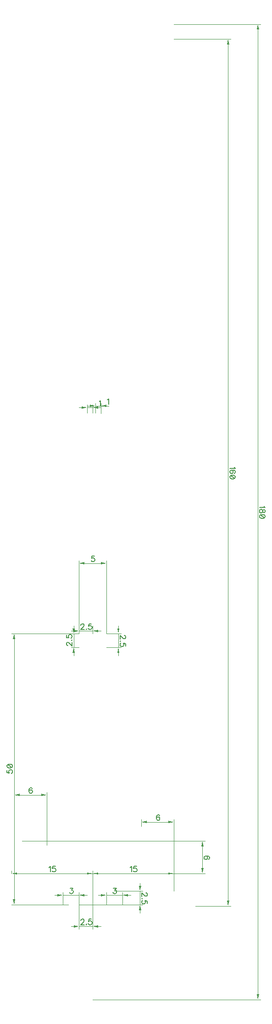
<source format=gbr>
G04 DipTrace 3.0.0.1*
G04 Âåõíèéðàçìåð.gbr*
%MOMM*%
G04 #@! TF.FileFunction,Drawing,Top*
G04 #@! TF.Part,Single*
%ADD12C,0.03125*%
%ADD92C,0.15686*%
%FSLAX35Y35*%
G04*
G71*
G90*
G75*
G01*
G04 TopDimension*
%LPD*%
X3950000Y19000000D2*
D12*
X5550000D1*
X2450000Y1000000D2*
X5550000D1*
X5500000Y10000000D2*
Y18900000D1*
G36*
Y19000000D2*
X5520000Y18900000D1*
X5480000D1*
X5500000Y19000000D1*
G37*
Y10000000D2*
D12*
Y1100000D1*
G36*
Y1000000D2*
X5480000Y1100000D1*
X5520000D1*
X5500000Y1000000D1*
G37*
X3950000Y18725000D2*
D12*
X5000000D1*
X4350000Y2725000D2*
X5000000D1*
X4950000Y10725000D2*
Y18625000D1*
G36*
Y18725000D2*
X4970000Y18625000D1*
X4930000D1*
X4950000Y18725000D1*
G37*
Y10725000D2*
D12*
Y2825000D1*
G36*
Y2725000D2*
X4930000Y2825000D1*
X4970000D1*
X4950000Y2725000D1*
G37*
X3950000Y3000000D2*
D12*
Y3375000D1*
X2450000Y2625000D2*
Y3375000D1*
X3200000Y3325000D2*
X3850000D1*
G36*
X3950000D2*
X3850000Y3305000D1*
Y3345000D1*
X3950000Y3325000D1*
G37*
X3200000D2*
D12*
X2550000D1*
G36*
X2450000D2*
X2550000Y3345000D1*
Y3305000D1*
X2450000Y3325000D1*
G37*
X2200000Y7750000D2*
D12*
Y9100000D1*
X2700000Y7750000D2*
Y9100000D1*
X2450000Y9050000D2*
X2300000D1*
G36*
X2200000D2*
X2300000Y9070000D1*
Y9030000D1*
X2200000Y9050000D1*
G37*
X2450000D2*
D12*
X2600000D1*
G36*
X2700000D2*
X2600000Y9030000D1*
Y9070000D1*
X2700000Y9050000D1*
G37*
X2200000Y7750000D2*
D12*
X950000D1*
X2000000Y2750000D2*
X950000D1*
X1000000Y5250000D2*
Y7650000D1*
G36*
Y7750000D2*
X1020000Y7650000D1*
X980000D1*
X1000000Y7750000D1*
G37*
Y5250000D2*
D12*
Y2850000D1*
G36*
Y2750000D2*
X980000Y2850000D1*
X1020000D1*
X1000000Y2750000D1*
G37*
X2200000Y7750000D2*
D12*
Y7850000D1*
X2450000Y7900000D2*
Y7750000D1*
X2200000Y7800000D2*
X2450000D1*
X2050000D2*
X2100000D1*
G36*
X2200000D2*
X2100000Y7780000D1*
Y7820000D1*
X2200000Y7800000D1*
G37*
X2600000D2*
D12*
X2550000D1*
G36*
X2450000D2*
X2550000Y7820000D1*
Y7780000D1*
X2450000Y7800000D1*
G37*
X2200000Y7750000D2*
D12*
X2050000D1*
X2200000Y7500000D2*
X2050000D1*
X2100000Y7750000D2*
Y7500000D1*
Y7900000D2*
Y7850000D1*
G36*
Y7750000D2*
X2080000Y7850000D1*
X2120000D1*
X2100000Y7750000D1*
G37*
Y7350000D2*
D12*
Y7400000D1*
G36*
Y7500000D2*
X2120000Y7400000D1*
X2080000D1*
X2100000Y7500000D1*
G37*
X2700000Y7750000D2*
D12*
X2975000D1*
X2700000Y7500000D2*
X2975000D1*
X2925000Y7750000D2*
Y7500000D1*
Y7900000D2*
Y7850000D1*
G36*
Y7750000D2*
X2905000Y7850000D1*
X2945000D1*
X2925000Y7750000D1*
G37*
Y7350000D2*
D12*
Y7400000D1*
G36*
Y7500000D2*
X2945000Y7400000D1*
X2905000D1*
X2925000Y7500000D1*
G37*
X2200000Y2750000D2*
D12*
X3375000D1*
X2850000Y3000000D2*
X3375000D1*
X3325000D2*
Y2750000D1*
Y3150000D2*
Y3100000D1*
G36*
Y3000000D2*
X3305000Y3100000D1*
X3345000D1*
X3325000Y3000000D1*
G37*
Y2600000D2*
D12*
Y2650000D1*
G36*
Y2750000D2*
X3345000Y2650000D1*
X3305000D1*
X3325000Y2750000D1*
G37*
X2200000D2*
D12*
Y2300000D1*
X2450000Y2750000D2*
Y2300000D1*
X2200000Y2350000D2*
X2450000D1*
X2050000D2*
X2100000D1*
G36*
X2200000D2*
X2100000Y2330000D1*
Y2370000D1*
X2200000Y2350000D1*
G37*
X2600000D2*
D12*
X2550000D1*
G36*
X2450000D2*
X2550000Y2370000D1*
Y2330000D1*
X2450000Y2350000D1*
G37*
X2200000Y2750000D2*
D12*
Y2975000D1*
X1900000Y2750000D2*
Y2975000D1*
Y2925000D2*
X2200000D1*
X1750000D2*
X1800000D1*
G36*
X1900000D2*
X1800000Y2905000D1*
Y2945000D1*
X1900000Y2925000D1*
G37*
X2350000D2*
D12*
X2300000D1*
G36*
X2200000D2*
X2300000Y2945000D1*
Y2905000D1*
X2200000Y2925000D1*
G37*
X2700000Y2750000D2*
D12*
Y2975000D1*
X3000000Y2750000D2*
Y2975000D1*
X2700000Y2925000D2*
X3000000D1*
X2550000D2*
X2600000D1*
G36*
X2700000D2*
X2600000Y2905000D1*
Y2945000D1*
X2700000Y2925000D1*
G37*
X3150000D2*
D12*
X3100000D1*
G36*
X3000000D2*
X3100000Y2945000D1*
Y2905000D1*
X3000000Y2925000D1*
G37*
X2450000Y3075000D2*
D12*
Y3375000D1*
X950000Y3325000D2*
Y3375000D1*
X1700000Y3325000D2*
X2350000D1*
G36*
X2450000D2*
X2350000Y3305000D1*
Y3345000D1*
X2450000Y3325000D1*
G37*
X1700000D2*
D12*
X1050000D1*
G36*
X950000D2*
X1050000Y3345000D1*
Y3305000D1*
X950000Y3325000D1*
G37*
X1075000D2*
D12*
X4525000D1*
X1150000Y3925000D2*
X4525000D1*
X4475000Y3625000D2*
Y3425000D1*
G36*
Y3325000D2*
X4455000Y3425000D1*
X4495000D1*
X4475000Y3325000D1*
G37*
Y3625000D2*
D12*
Y3825000D1*
G36*
Y3925000D2*
X4495000Y3825000D1*
X4455000D1*
X4475000Y3925000D1*
G37*
X1000000Y3325000D2*
D12*
Y4825000D1*
X1600000Y3850000D2*
Y4825000D1*
X1300000Y4775000D2*
X1100000D1*
G36*
X1000000D2*
X1100000Y4795000D1*
Y4755000D1*
X1000000Y4775000D1*
G37*
X1300000D2*
D12*
X1500000D1*
G36*
X1600000D2*
X1500000Y4755000D1*
Y4795000D1*
X1600000Y4775000D1*
G37*
X3950000Y3325000D2*
D12*
Y4325000D1*
X3350000Y4200000D2*
Y4325000D1*
X3650000Y4275000D2*
X3850000D1*
G36*
X3950000D2*
X3850000Y4255000D1*
Y4295000D1*
X3950000Y4275000D1*
G37*
X3650000D2*
D12*
X3450000D1*
G36*
X3350000D2*
X3450000Y4295000D1*
Y4255000D1*
X3350000Y4275000D1*
G37*
X2350000Y11825000D2*
D12*
Y11975000D1*
X2450000Y11825000D2*
Y11975000D1*
X2350000Y11925000D2*
X2450000D1*
X2200000D2*
X2250000D1*
G36*
X2350000D2*
X2250000Y11905000D1*
Y11945000D1*
X2350000Y11925000D1*
G37*
X2600000D2*
D12*
X2550000D1*
G36*
X2450000D2*
X2550000Y11945000D1*
Y11905000D1*
X2450000Y11925000D1*
G37*
X2574371D2*
D12*
X2450000D1*
X2500000Y11825000D2*
Y12005000D1*
X2600000Y11815000D2*
Y12005000D1*
X2500000Y11955000D2*
X2600000D1*
X2350000D2*
X2400000D1*
G36*
X2500000D2*
X2400000Y11935000D1*
Y11975000D1*
X2500000Y11955000D1*
G37*
X2750000D2*
D12*
X2700000D1*
G36*
X2600000D2*
X2700000Y11975000D1*
Y11935000D1*
X2600000Y11955000D1*
G37*
X2724371D2*
D12*
X2600000D1*
X5613561Y10103717D2*
D92*
X5618503Y10093946D1*
X5632991Y10079346D1*
X5531015D1*
X5632991Y10023715D2*
X5628161Y10038203D1*
X5618503Y10043145D1*
X5608732D1*
X5599074Y10038203D1*
X5594132Y10028545D1*
X5589303Y10009115D1*
X5584474Y9994515D1*
X5574703Y9984857D1*
X5565045Y9980028D1*
X5550445D1*
X5540786Y9984857D1*
X5535845Y9989686D1*
X5531015Y10004286D1*
Y10023715D1*
X5535845Y10038203D1*
X5540786Y10043145D1*
X5550445Y10047974D1*
X5565045D1*
X5574703Y10043145D1*
X5584474Y10033374D1*
X5589303Y10018886D1*
X5594132Y9999457D1*
X5599074Y9989686D1*
X5608732Y9984857D1*
X5618503D1*
X5628161Y9989686D1*
X5632991Y10004286D1*
Y10023715D1*
Y9919455D2*
X5628161Y9934055D1*
X5613561Y9943826D1*
X5589303Y9948655D1*
X5574703D1*
X5550445Y9943826D1*
X5535845Y9934055D1*
X5531015Y9919455D1*
Y9909797D1*
X5535845Y9895197D1*
X5550445Y9885538D1*
X5574703Y9880597D1*
X5589303D1*
X5613561Y9885538D1*
X5628161Y9895197D1*
X5632991Y9909797D1*
Y9919455D1*
X5613561Y9885538D2*
X5550445Y9943826D1*
X5063561Y10826302D2*
X5068503Y10816532D1*
X5082991Y10801932D1*
X4981015D1*
X5068503Y10712271D2*
X5078161Y10717101D1*
X5082991Y10731701D1*
Y10741359D1*
X5078161Y10755959D1*
X5063561Y10765730D1*
X5039303Y10770559D1*
X5015045D1*
X4995615Y10765730D1*
X4985845Y10755959D1*
X4981015Y10741359D1*
Y10736530D1*
X4985845Y10722042D1*
X4995615Y10712271D1*
X5010215Y10707442D1*
X5015045D1*
X5029645Y10712271D1*
X5039303Y10722042D1*
X5044132Y10736530D1*
Y10741359D1*
X5039303Y10755959D1*
X5029645Y10765730D1*
X5015045Y10770559D1*
X5082991Y10646870D2*
X5078161Y10661470D1*
X5063561Y10671240D1*
X5039303Y10676070D1*
X5024703D1*
X5000445Y10671240D1*
X4985845Y10661470D1*
X4981015Y10646870D1*
Y10637211D1*
X4985845Y10622611D1*
X5000445Y10612953D1*
X5024703Y10608011D1*
X5039303D1*
X5063561Y10612953D1*
X5078161Y10622611D1*
X5082991Y10637211D1*
Y10646870D1*
X5063561Y10612953D2*
X5000445Y10671240D1*
X3145942Y3438561D2*
X3155713Y3443503D1*
X3170313Y3457991D1*
Y3356015D1*
X3259973Y3457991D2*
X3211456D1*
X3206627Y3414303D1*
X3211456Y3419132D1*
X3226056Y3424074D1*
X3240544D1*
X3255144Y3419132D1*
X3264915Y3409474D1*
X3269744Y3394874D1*
Y3385215D1*
X3264915Y3370615D1*
X3255144Y3360845D1*
X3240544Y3356015D1*
X3226056D1*
X3211456Y3360845D1*
X3206627Y3365786D1*
X3201686Y3375445D1*
X2482102Y9182991D2*
X2433585D1*
X2428755Y9139303D1*
X2433585Y9144132D1*
X2448185Y9149074D1*
X2462672D1*
X2477272Y9144132D1*
X2487043Y9134474D1*
X2491872Y9119874D1*
Y9110215D1*
X2487043Y9095615D1*
X2477272Y9085845D1*
X2462672Y9081015D1*
X2448185D1*
X2433585Y9085845D1*
X2428755Y9090786D1*
X2423814Y9100445D1*
X867009Y5232386D2*
Y5183869D1*
X910697Y5179040D1*
X905868Y5183869D1*
X900926Y5198469D1*
Y5212957D1*
X905868Y5227557D1*
X915526Y5237328D1*
X930126Y5242157D1*
X939785D1*
X954385Y5237328D1*
X964155Y5227557D1*
X968985Y5212957D1*
Y5198469D1*
X964155Y5183869D1*
X959214Y5179040D1*
X949555Y5174098D1*
X867009Y5302729D2*
X871839Y5288129D1*
X886439Y5278359D1*
X910697Y5273529D1*
X925297D1*
X949555Y5278359D1*
X964155Y5288129D1*
X968985Y5302729D1*
Y5312388D1*
X964155Y5326988D1*
X949555Y5336646D1*
X925297Y5341588D1*
X910697D1*
X886439Y5336646D1*
X871839Y5326988D1*
X867009Y5312388D1*
Y5302729D1*
X886439Y5336646D2*
X949555Y5278359D1*
X2233468Y7908732D2*
Y7913561D1*
X2238298Y7923332D1*
X2243127Y7928161D1*
X2252898Y7932991D1*
X2272327D1*
X2281985Y7928161D1*
X2286814Y7923332D1*
X2291756Y7913561D1*
Y7903903D1*
X2286814Y7894132D1*
X2277156Y7879645D1*
X2228527Y7831015D1*
X2296585D1*
X2332787Y7840786D2*
X2327958Y7835845D1*
X2332787Y7831015D1*
X2337729Y7835845D1*
X2332787Y7840786D1*
X2427389Y7932991D2*
X2378872D1*
X2374043Y7889303D1*
X2378872Y7894132D1*
X2393472Y7899074D1*
X2407960D1*
X2422560Y7894132D1*
X2432330Y7884474D1*
X2437160Y7869874D1*
Y7860215D1*
X2432330Y7845615D1*
X2422560Y7835845D1*
X2407960Y7831015D1*
X2393472D1*
X2378872Y7835845D1*
X2374043Y7840786D1*
X2369101Y7850445D1*
X1991268Y7533468D2*
X1986439D1*
X1976668Y7538298D1*
X1971839Y7543127D1*
X1967009Y7552898D1*
Y7572327D1*
X1971839Y7581985D1*
X1976668Y7586814D1*
X1986439Y7591756D1*
X1996097D1*
X2005868Y7586814D1*
X2020355Y7577156D1*
X2068985Y7528527D1*
Y7596585D1*
X2059214Y7632787D2*
X2064155Y7627958D1*
X2068985Y7632787D1*
X2064155Y7637729D1*
X2059214Y7632787D1*
X1967009Y7727389D2*
Y7678872D1*
X2010697Y7674043D1*
X2005868Y7678872D1*
X2000926Y7693472D1*
Y7707960D1*
X2005868Y7722560D1*
X2015526Y7732330D1*
X2030126Y7737160D1*
X2039785D1*
X2054385Y7732330D1*
X2064155Y7722560D1*
X2068985Y7707960D1*
Y7693472D1*
X2064155Y7678872D1*
X2059214Y7674043D1*
X2049555Y7669101D1*
X3033732Y7716532D2*
X3038561D1*
X3048332Y7711702D1*
X3053161Y7706873D1*
X3057991Y7697102D1*
Y7677673D1*
X3053161Y7668015D1*
X3048332Y7663186D1*
X3038561Y7658244D1*
X3028903D1*
X3019132Y7663186D1*
X3004645Y7672844D1*
X2956015Y7721473D1*
Y7653415D1*
X2965786Y7617213D2*
X2960845Y7622042D1*
X2956015Y7617213D1*
X2960845Y7612271D1*
X2965786Y7617213D1*
X3057991Y7522611D2*
Y7571128D1*
X3014303Y7575957D1*
X3019132Y7571128D1*
X3024074Y7556528D1*
Y7542040D1*
X3019132Y7527440D1*
X3009474Y7517670D1*
X2994874Y7512840D1*
X2985215D1*
X2970615Y7517670D1*
X2960845Y7527440D1*
X2956015Y7542040D1*
Y7556528D1*
X2960845Y7571128D1*
X2965786Y7575957D1*
X2975445Y7580899D1*
X3433732Y2966532D2*
X3438561D1*
X3448332Y2961702D1*
X3453161Y2956873D1*
X3457991Y2947102D1*
Y2927673D1*
X3453161Y2918015D1*
X3448332Y2913186D1*
X3438561Y2908244D1*
X3428903D1*
X3419132Y2913186D1*
X3404645Y2922844D1*
X3356015Y2971473D1*
Y2903415D1*
X3365786Y2867213D2*
X3360845Y2872042D1*
X3356015Y2867213D1*
X3360845Y2862271D1*
X3365786Y2867213D1*
X3457991Y2772611D2*
Y2821128D1*
X3414303Y2825957D1*
X3419132Y2821128D1*
X3424074Y2806528D1*
Y2792040D1*
X3419132Y2777440D1*
X3409474Y2767670D1*
X3394874Y2762840D1*
X3385215D1*
X3370615Y2767670D1*
X3360845Y2777440D1*
X3356015Y2792040D1*
Y2806528D1*
X3360845Y2821128D1*
X3365786Y2825957D1*
X3375445Y2830899D1*
X2233468Y2458732D2*
Y2463561D1*
X2238298Y2473332D1*
X2243127Y2478161D1*
X2252898Y2482991D1*
X2272327D1*
X2281985Y2478161D1*
X2286814Y2473332D1*
X2291756Y2463561D1*
Y2453903D1*
X2286814Y2444132D1*
X2277156Y2429645D1*
X2228527Y2381015D1*
X2296585D1*
X2332787Y2390786D2*
X2327958Y2385845D1*
X2332787Y2381015D1*
X2337729Y2385845D1*
X2332787Y2390786D1*
X2427389Y2482991D2*
X2378872D1*
X2374043Y2439303D1*
X2378872Y2444132D1*
X2393472Y2449074D1*
X2407960D1*
X2422560Y2444132D1*
X2432330Y2434474D1*
X2437160Y2419874D1*
Y2410215D1*
X2432330Y2395615D1*
X2422560Y2385845D1*
X2407960Y2381015D1*
X2393472D1*
X2378872Y2385845D1*
X2374043Y2390786D1*
X2369101Y2400445D1*
X2033585Y3057991D2*
X2086931D1*
X2057843Y3019132D1*
X2072443D1*
X2082102Y3014303D1*
X2086931Y3009474D1*
X2091872Y2994874D1*
Y2985215D1*
X2086931Y2970615D1*
X2077272Y2960845D1*
X2062672Y2956015D1*
X2048072D1*
X2033585Y2960845D1*
X2028755Y2965786D1*
X2023814Y2975445D1*
X2833585Y3057991D2*
X2886931D1*
X2857843Y3019132D1*
X2872443D1*
X2882102Y3014303D1*
X2886931Y3009474D1*
X2891872Y2994874D1*
Y2985215D1*
X2886931Y2970615D1*
X2877272Y2960845D1*
X2862672Y2956015D1*
X2848072D1*
X2833585Y2960845D1*
X2828755Y2965786D1*
X2823814Y2975445D1*
X1645942Y3438561D2*
X1655713Y3443503D1*
X1670313Y3457991D1*
Y3356015D1*
X1759973Y3457991D2*
X1711456D1*
X1706627Y3414303D1*
X1711456Y3419132D1*
X1726056Y3424074D1*
X1740544D1*
X1755144Y3419132D1*
X1764915Y3409474D1*
X1769744Y3394874D1*
Y3385215D1*
X1764915Y3370615D1*
X1755144Y3360845D1*
X1740544Y3356015D1*
X1726056D1*
X1711456Y3360845D1*
X1706627Y3365786D1*
X1701686Y3375445D1*
X4593503Y3590428D2*
X4603161Y3595257D1*
X4607991Y3609857D1*
Y3619515D1*
X4603161Y3634115D1*
X4588561Y3643886D1*
X4564303Y3648715D1*
X4540045D1*
X4520615Y3643886D1*
X4510845Y3634115D1*
X4506015Y3619515D1*
Y3614686D1*
X4510845Y3600198D1*
X4520615Y3590428D1*
X4535215Y3585598D1*
X4540045D1*
X4554645Y3590428D1*
X4564303Y3600198D1*
X4569132Y3614686D1*
Y3619515D1*
X4564303Y3634115D1*
X4554645Y3643886D1*
X4540045Y3648715D1*
X1334572Y4893503D2*
X1329743Y4903161D1*
X1315143Y4907991D1*
X1305485D1*
X1290885Y4903161D1*
X1281114Y4888561D1*
X1276285Y4864303D1*
Y4840045D1*
X1281114Y4820615D1*
X1290885Y4810845D1*
X1305485Y4806015D1*
X1310314D1*
X1324802Y4810845D1*
X1334572Y4820615D1*
X1339402Y4835215D1*
Y4840045D1*
X1334572Y4854645D1*
X1324802Y4864303D1*
X1310314Y4869132D1*
X1305485D1*
X1290885Y4864303D1*
X1281114Y4854645D1*
X1276285Y4840045D1*
X3684572Y4393503D2*
X3679743Y4403161D1*
X3665143Y4407991D1*
X3655485D1*
X3640885Y4403161D1*
X3631114Y4388561D1*
X3626285Y4364303D1*
Y4340045D1*
X3631114Y4320615D1*
X3640885Y4310845D1*
X3655485Y4306015D1*
X3660314D1*
X3674802Y4310845D1*
X3684572Y4320615D1*
X3689402Y4335215D1*
Y4340045D1*
X3684572Y4354645D1*
X3674802Y4364303D1*
X3660314Y4369132D1*
X3655485D1*
X3640885Y4364303D1*
X3631114Y4354645D1*
X3626285Y4340045D1*
X2573529Y12038561D2*
X2583300Y12043503D1*
X2597900Y12057991D1*
Y11956015D1*
X2723529Y12068561D2*
X2733300Y12073503D1*
X2747900Y12087991D1*
Y11986015D1*
M02*

</source>
